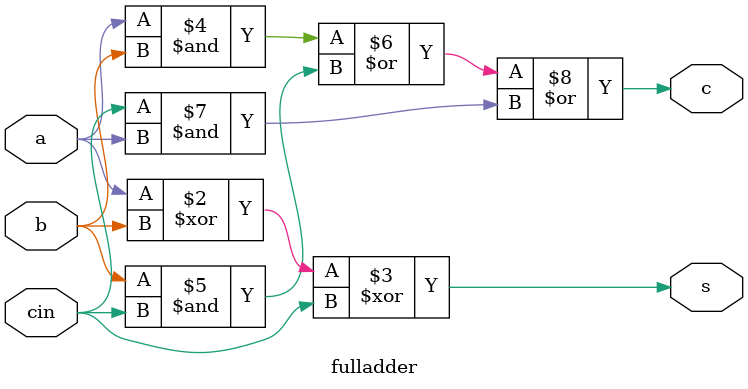
<source format=v>
`timescale 1ns / 1ps


module fulladder(output reg s,c,input a,b,cin);
always @ *
begin
s=a^b^cin;
c=a&b|b&cin|cin&a;
end
endmodule


</source>
